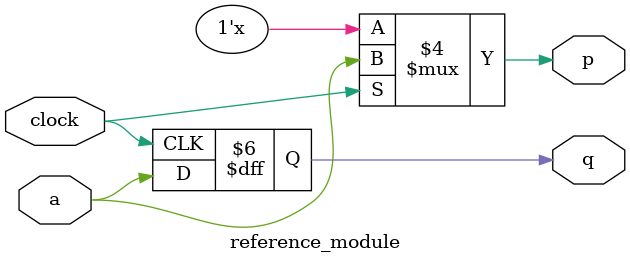
<source format=sv>
module reference_module (
	input clock,
	input a, 
	output reg p,
	output reg q
);

	always @(negedge clock)
		q <= a;
		
	always @(*)
		if (clock)
			p = a;
endmodule

</source>
